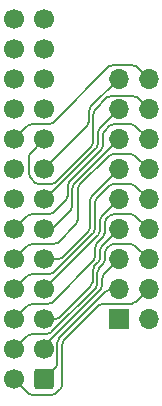
<source format=gbr>
%TF.GenerationSoftware,KiCad,Pcbnew,7.0.11*%
%TF.CreationDate,2025-03-12T11:36:07+01:00*%
%TF.ProjectId,pal-2-sd-shield-adapter,70616c2d-322d-4736-942d-736869656c64,rev?*%
%TF.SameCoordinates,Original*%
%TF.FileFunction,Copper,L1,Top*%
%TF.FilePolarity,Positive*%
%FSLAX46Y46*%
G04 Gerber Fmt 4.6, Leading zero omitted, Abs format (unit mm)*
G04 Created by KiCad (PCBNEW 7.0.11) date 2025-03-12 11:36:07*
%MOMM*%
%LPD*%
G01*
G04 APERTURE LIST*
G04 Aperture macros list*
%AMRoundRect*
0 Rectangle with rounded corners*
0 $1 Rounding radius*
0 $2 $3 $4 $5 $6 $7 $8 $9 X,Y pos of 4 corners*
0 Add a 4 corners polygon primitive as box body*
4,1,4,$2,$3,$4,$5,$6,$7,$8,$9,$2,$3,0*
0 Add four circle primitives for the rounded corners*
1,1,$1+$1,$2,$3*
1,1,$1+$1,$4,$5*
1,1,$1+$1,$6,$7*
1,1,$1+$1,$8,$9*
0 Add four rect primitives between the rounded corners*
20,1,$1+$1,$2,$3,$4,$5,0*
20,1,$1+$1,$4,$5,$6,$7,0*
20,1,$1+$1,$6,$7,$8,$9,0*
20,1,$1+$1,$8,$9,$2,$3,0*%
G04 Aperture macros list end*
%TA.AperFunction,ComponentPad*%
%ADD10RoundRect,0.250000X0.600000X0.600000X-0.600000X0.600000X-0.600000X-0.600000X0.600000X-0.600000X0*%
%TD*%
%TA.AperFunction,ComponentPad*%
%ADD11C,1.700000*%
%TD*%
%TA.AperFunction,ComponentPad*%
%ADD12R,1.700000X1.700000*%
%TD*%
%TA.AperFunction,ComponentPad*%
%ADD13O,1.700000X1.700000*%
%TD*%
%TA.AperFunction,Conductor*%
%ADD14C,0.200000*%
%TD*%
G04 APERTURE END LIST*
D10*
%TO.P,J1,1,Pin_1*%
%TO.N,PA0*%
X74740000Y-105870000D03*
D11*
%TO.P,J1,2,Pin_2*%
%TO.N,PB0*%
X72200000Y-105870000D03*
%TO.P,J1,3,Pin_3*%
%TO.N,PA1*%
X74740000Y-103330000D03*
%TO.P,J1,4,Pin_4*%
%TO.N,PB1*%
X72200000Y-103330000D03*
%TO.P,J1,5,Pin_5*%
%TO.N,PA2*%
X74740000Y-100790000D03*
%TO.P,J1,6,Pin_6*%
%TO.N,PB2*%
X72200000Y-100790000D03*
%TO.P,J1,7,Pin_7*%
%TO.N,PA3*%
X74740000Y-98250000D03*
%TO.P,J1,8,Pin_8*%
%TO.N,PB3*%
X72200000Y-98250000D03*
%TO.P,J1,9,Pin_9*%
%TO.N,PA4*%
X74740000Y-95710000D03*
%TO.P,J1,10,Pin_10*%
%TO.N,PB4*%
X72200000Y-95710000D03*
%TO.P,J1,11,Pin_11*%
%TO.N,PA5*%
X74740000Y-93170000D03*
%TO.P,J1,12,Pin_12*%
%TO.N,PB5*%
X72200000Y-93170000D03*
%TO.P,J1,13,Pin_13*%
%TO.N,PA6*%
X74740000Y-90630000D03*
%TO.P,J1,14,Pin_14*%
%TO.N,unconnected-(J1-Pin_14-Pad14)*%
X72200000Y-90630000D03*
%TO.P,J1,15,Pin_15*%
%TO.N,PA7*%
X74740000Y-88090000D03*
%TO.P,J1,16,Pin_16*%
%TO.N,unconnected-(J1-Pin_16-Pad16)*%
X72200000Y-88090000D03*
%TO.P,J1,17,Pin_17*%
%TO.N,PB6*%
X74740000Y-85550000D03*
%TO.P,J1,18,Pin_18*%
%TO.N,PB7*%
X72200000Y-85550000D03*
%TO.P,J1,19,Pin_19*%
%TO.N,unconnected-(J1-Pin_19-Pad19)*%
X74740000Y-83010000D03*
%TO.P,J1,20,Pin_20*%
%TO.N,unconnected-(J1-Pin_20-Pad20)*%
X72200000Y-83010000D03*
%TO.P,J1,21,Pin_21*%
%TO.N,unconnected-(J1-Pin_21-Pad21)*%
X74740000Y-80470000D03*
%TO.P,J1,22,Pin_22*%
%TO.N,unconnected-(J1-Pin_22-Pad22)*%
X72200000Y-80470000D03*
%TO.P,J1,23,Pin_23*%
%TO.N,unconnected-(J1-Pin_23-Pad23)*%
X74740000Y-77930000D03*
%TO.P,J1,24,Pin_24*%
%TO.N,unconnected-(J1-Pin_24-Pad24)*%
X72200000Y-77930000D03*
%TO.P,J1,25,Pin_25*%
%TO.N,GND*%
X74740000Y-75390000D03*
%TO.P,J1,26,Pin_26*%
X72200000Y-75390000D03*
%TD*%
D12*
%TO.P,J2,1,Pin_1*%
%TO.N,GND*%
X81055000Y-100790000D03*
D13*
%TO.P,J2,2,Pin_2*%
%TO.N,unconnected-(J2-Pin_2-Pad2)*%
X83595000Y-100790000D03*
%TO.P,J2,3,Pin_3*%
%TO.N,PA0*%
X81055000Y-98250000D03*
%TO.P,J2,4,Pin_4*%
%TO.N,PB0*%
X83595000Y-98250000D03*
%TO.P,J2,5,Pin_5*%
%TO.N,PA1*%
X81055000Y-95710000D03*
%TO.P,J2,6,Pin_6*%
%TO.N,PB1*%
X83595000Y-95710000D03*
%TO.P,J2,7,Pin_7*%
%TO.N,PA2*%
X81055000Y-93170000D03*
%TO.P,J2,8,Pin_8*%
%TO.N,PB2*%
X83595000Y-93170000D03*
%TO.P,J2,9,Pin_9*%
%TO.N,PA3*%
X81055000Y-90630000D03*
%TO.P,J2,10,Pin_10*%
%TO.N,PB3*%
X83595000Y-90630000D03*
%TO.P,J2,11,Pin_11*%
%TO.N,PA4*%
X81055000Y-88090000D03*
%TO.P,J2,12,Pin_12*%
%TO.N,PB4*%
X83595000Y-88090000D03*
%TO.P,J2,13,Pin_13*%
%TO.N,PA5*%
X81055000Y-85550000D03*
%TO.P,J2,14,Pin_14*%
%TO.N,PB5*%
X83595000Y-85550000D03*
%TO.P,J2,15,Pin_15*%
%TO.N,PA6*%
X81055000Y-83010000D03*
%TO.P,J2,16,Pin_16*%
%TO.N,PB6*%
X83595000Y-83010000D03*
%TO.P,J2,17,Pin_17*%
%TO.N,PA7*%
X81055000Y-80470000D03*
%TO.P,J2,18,Pin_18*%
%TO.N,PB7*%
X83595000Y-80470000D03*
%TD*%
D14*
%TO.N,PA7*%
X78383556Y-84446450D02*
G75*
G03*
X78530000Y-84092893I-353556J353550D01*
G01*
%TO.N,PA5*%
X77013557Y-91556449D02*
G75*
G03*
X77160000Y-91202893I-353557J353549D01*
G01*
X75192893Y-93169995D02*
G75*
G03*
X75546447Y-93023553I7J499995D01*
G01*
%TO.N,PA6*%
X79476444Y-84588550D02*
G75*
G03*
X79330000Y-84942107I353556J-353550D01*
G01*
%TO.N,PA7*%
X78676443Y-82848551D02*
G75*
G03*
X78530000Y-83202107I353557J-353549D01*
G01*
%TO.N,PA6*%
X79183557Y-86276449D02*
G75*
G03*
X79330000Y-85922893I-353557J353549D01*
G01*
%TO.N,PB5*%
X79876443Y-84823551D02*
G75*
G03*
X79730000Y-85177107I353557J-353549D01*
G01*
X80627107Y-84280005D02*
G75*
G03*
X80273553Y-84426447I-7J-499995D01*
G01*
X75182893Y-91899995D02*
G75*
G03*
X75536446Y-91753554I7J499995D01*
G01*
X82471449Y-84426443D02*
G75*
G03*
X82117893Y-84280000I-353549J-353557D01*
G01*
%TO.N,PB4*%
X80571434Y-86820024D02*
G75*
G03*
X80217880Y-86966447I-34J-499976D01*
G01*
%TO.N,PB5*%
X73677107Y-91900005D02*
G75*
G03*
X73323553Y-92046447I-7J-499995D01*
G01*
%TO.N,PB4*%
X77443556Y-92744450D02*
G75*
G03*
X77590000Y-92390893I-353556J353550D01*
G01*
X77736429Y-89447864D02*
G75*
G03*
X77590000Y-89801434I353571J-353536D01*
G01*
%TO.N,PB5*%
X79583556Y-86446450D02*
G75*
G03*
X79730000Y-86092893I-353556J353550D01*
G01*
X76613556Y-90676450D02*
G75*
G03*
X76760000Y-90322893I-353556J353550D01*
G01*
X76906443Y-89123551D02*
G75*
G03*
X76760000Y-89477107I353557J-353549D01*
G01*
%TO.N,PA5*%
X77306444Y-89298550D02*
G75*
G03*
X77160000Y-89652107I353556J-353550D01*
G01*
%TO.N,PB4*%
X73677107Y-94440005D02*
G75*
G03*
X73323553Y-94586447I-7J-499995D01*
G01*
X75540893Y-94439995D02*
G75*
G03*
X75894446Y-94293554I7J499995D01*
G01*
%TO.N,PA4*%
X78523557Y-93326449D02*
G75*
G03*
X78670000Y-92972893I-353557J353549D01*
G01*
X75932893Y-95709995D02*
G75*
G03*
X76286447Y-95563553I7J499995D01*
G01*
X78816444Y-90328550D02*
G75*
G03*
X78670000Y-90682107I353556J-353550D01*
G01*
%TO.N,PB3*%
X75242893Y-96969995D02*
G75*
G03*
X75596446Y-96823554I7J499995D01*
G01*
X78933556Y-93486450D02*
G75*
G03*
X79080000Y-93132893I-353556J353550D01*
G01*
%TO.N,PB4*%
X82471449Y-86966443D02*
G75*
G03*
X82117893Y-86820000I-353549J-353557D01*
G01*
%TO.N,PB3*%
X82471449Y-89506443D02*
G75*
G03*
X82117893Y-89360000I-353549J-353557D01*
G01*
%TO.N,PB7*%
X80637107Y-79240005D02*
G75*
G03*
X80283553Y-79386447I-7J-499995D01*
G01*
%TO.N,PB6*%
X73616444Y-86673550D02*
G75*
G03*
X73470000Y-87027107I353556J-353550D01*
G01*
X79076450Y-83041243D02*
G75*
G03*
X78930000Y-83394792I353550J-353557D01*
G01*
%TO.N,PB7*%
X82511449Y-79386443D02*
G75*
G03*
X82157893Y-79240000I-353549J-353557D01*
G01*
%TO.N,PB6*%
X80464792Y-81859995D02*
G75*
G03*
X80111239Y-82006448I8J-500005D01*
G01*
X82591449Y-82006443D02*
G75*
G03*
X82237893Y-81860000I-353549J-353557D01*
G01*
X78783556Y-86106450D02*
G75*
G03*
X78930000Y-85752893I-353556J353550D01*
G01*
X73470005Y-88482893D02*
G75*
G03*
X73616446Y-88836446I499995J-7D01*
G01*
X73993550Y-89213556D02*
G75*
G03*
X74347107Y-89360000I353550J353556D01*
G01*
X75322893Y-89359995D02*
G75*
G03*
X75676446Y-89213554I7J499995D01*
G01*
%TO.N,PB7*%
X73677107Y-84280005D02*
G75*
G03*
X73323553Y-84426447I-7J-499995D01*
G01*
X75182893Y-84279995D02*
G75*
G03*
X75536446Y-84133554I7J499995D01*
G01*
%TO.N,PB3*%
X73687107Y-96970005D02*
G75*
G03*
X73333553Y-97116447I-7J-499995D01*
G01*
X79226443Y-90493551D02*
G75*
G03*
X79080000Y-90847107I353557J-353549D01*
G01*
X80567107Y-89360005D02*
G75*
G03*
X80213553Y-89506447I-7J-499995D01*
G01*
%TO.N,PA3*%
X79337557Y-93652449D02*
G75*
G03*
X79484000Y-93298893I-353557J353549D01*
G01*
X79630444Y-92054550D02*
G75*
G03*
X79484000Y-92408107I353556J-353550D01*
G01*
%TO.N,PB2*%
X78958557Y-95801449D02*
G75*
G03*
X79105000Y-95447893I-353557J353549D01*
G01*
X75032893Y-99519995D02*
G75*
G03*
X75386447Y-99373553I7J499995D01*
G01*
X73677107Y-99520005D02*
G75*
G03*
X73323554Y-99666446I-7J-499995D01*
G01*
%TO.N,PA2*%
X79651444Y-94573550D02*
G75*
G03*
X79505000Y-94927107I353556J-353550D01*
G01*
%TO.N,PB1*%
X79121542Y-98117065D02*
G75*
G03*
X79268000Y-97763522I-353542J353565D01*
G01*
%TO.N,PA1*%
X79836443Y-96928551D02*
G75*
G03*
X79690000Y-97282107I353557J-353549D01*
G01*
X74886443Y-102921551D02*
G75*
G03*
X74740000Y-103275107I353557J-353549D01*
G01*
%TO.N,PB0*%
X75418893Y-107213995D02*
G75*
G03*
X75772446Y-107067554I7J499995D01*
G01*
%TO.N,PB2*%
X80030444Y-92279550D02*
G75*
G03*
X79884000Y-92633107I353556J-353550D01*
G01*
%TO.N,PA2*%
X79358564Y-95967142D02*
G75*
G03*
X79505000Y-95613579I-353564J353542D01*
G01*
%TO.N,PB2*%
X79737565Y-93818142D02*
G75*
G03*
X79884000Y-93464578I-353565J353542D01*
G01*
X79251450Y-94304244D02*
G75*
G03*
X79105000Y-94657793I353550J-353556D01*
G01*
%TO.N,PB1*%
X79414458Y-96476936D02*
G75*
G03*
X79268000Y-96830477I353542J-353564D01*
G01*
%TO.N,PB2*%
X82471450Y-92046444D02*
G75*
G03*
X82117893Y-91900000I-353550J-353556D01*
G01*
X80617107Y-91900005D02*
G75*
G03*
X80263554Y-92046446I-7J-499995D01*
G01*
%TO.N,PB1*%
X79758572Y-96132834D02*
G75*
G03*
X79905000Y-95779263I-353572J353534D01*
G01*
%TO.N,PA1*%
X79543549Y-98260758D02*
G75*
G03*
X79690000Y-97907208I-353549J353558D01*
G01*
%TO.N,PB0*%
X76143556Y-106696450D02*
G75*
G03*
X76290000Y-106342893I-353556J353550D01*
G01*
X76436450Y-102549244D02*
G75*
G03*
X76290000Y-102902793I353550J-353556D01*
G01*
%TO.N,PB1*%
X82461449Y-94576443D02*
G75*
G03*
X82107893Y-94430000I-353549J-353557D01*
G01*
%TO.N,PB0*%
X73397550Y-107067556D02*
G75*
G03*
X73751107Y-107214000I353550J353556D01*
G01*
%TO.N,PA2*%
X79014450Y-96311244D02*
G75*
G03*
X78868000Y-96664793I353550J-353556D01*
G01*
X78721557Y-97948449D02*
G75*
G03*
X78868000Y-97594893I-353557J353549D01*
G01*
%TO.N,PB1*%
X80051443Y-94788551D02*
G75*
G03*
X79905000Y-95142107I353557J-353549D01*
G01*
X80617107Y-94430005D02*
G75*
G03*
X80263553Y-94576447I-7J-499995D01*
G01*
%TO.N,PA2*%
X75672893Y-100789995D02*
G75*
G03*
X76026447Y-100643553I7J499995D01*
G01*
%TO.N,PB0*%
X79732793Y-99459995D02*
G75*
G03*
X79379239Y-99606447I7J-500005D01*
G01*
X82177893Y-99459995D02*
G75*
G03*
X82531446Y-99313554I7J499995D01*
G01*
%TO.N,PB1*%
X73687107Y-102050005D02*
G75*
G03*
X73333553Y-102196447I-7J-499995D01*
G01*
X74981522Y-102050015D02*
G75*
G03*
X75335074Y-101903553I-22J500015D01*
G01*
%TO.N,PA0*%
X80377107Y-98250005D02*
G75*
G03*
X80023553Y-98396447I-7J-499995D01*
G01*
X75743556Y-104866450D02*
G75*
G03*
X75890000Y-104512893I-353556J353550D01*
G01*
X76036443Y-102383551D02*
G75*
G03*
X75890000Y-102737107I353557J-353549D01*
G01*
X75890000Y-102737107D02*
X75890000Y-104512893D01*
X81055000Y-98250000D02*
X80377107Y-98250000D01*
X80023553Y-98396447D02*
X76036446Y-102383554D01*
X75743553Y-104866447D02*
X74740000Y-105870000D01*
%TO.N,PB0*%
X76143553Y-106696447D02*
X75772446Y-107067554D01*
X82177893Y-99460000D02*
X79732793Y-99460000D01*
X73397553Y-107067553D02*
X72200000Y-105870000D01*
X76290000Y-102902793D02*
X76290000Y-106342893D01*
X75418893Y-107214000D02*
X73751107Y-107214000D01*
X79379239Y-99606447D02*
X76436446Y-102549240D01*
X83595000Y-98250000D02*
X82531446Y-99313554D01*
%TO.N,PA1*%
X79543553Y-98260762D02*
X75490000Y-102314315D01*
X74740000Y-103275107D02*
X74740000Y-103330000D01*
X75490000Y-102314315D02*
X75490000Y-102318000D01*
X75490000Y-102318000D02*
X74886446Y-102921554D01*
X81055000Y-95710000D02*
X79836446Y-96928554D01*
X79690000Y-97282107D02*
X79690000Y-97907208D01*
%TO.N,PB1*%
X79905000Y-95142107D02*
X79905000Y-95779263D01*
X83595000Y-95710000D02*
X82461446Y-94576446D01*
X79121553Y-98117076D02*
X75335075Y-101903554D01*
X74981522Y-102050000D02*
X73687107Y-102050000D01*
X82107893Y-94430000D02*
X80617107Y-94430000D01*
X80263553Y-94576447D02*
X80051446Y-94788554D01*
X79268000Y-96830477D02*
X79268000Y-97763522D01*
X73333553Y-102196447D02*
X72200000Y-103330000D01*
X79758554Y-96132816D02*
X79414446Y-96476924D01*
%TO.N,PA2*%
X79505000Y-95613579D02*
X79505000Y-94927107D01*
X79014446Y-96311240D02*
X79358554Y-95967132D01*
X79651447Y-94573553D02*
X81055000Y-93170000D01*
X78868000Y-97594893D02*
X78868000Y-96664793D01*
X76026447Y-100643553D02*
X78721554Y-97948446D01*
X74740000Y-100790000D02*
X75672893Y-100790000D01*
%TO.N,PB2*%
X72200000Y-100790000D02*
X73323554Y-99666446D01*
X75386447Y-99373553D02*
X78958554Y-95801446D01*
X80030447Y-92279553D02*
X80263554Y-92046446D01*
X73677107Y-99520000D02*
X75032893Y-99520000D01*
X82471447Y-92046447D02*
X83595000Y-93170000D01*
X79251446Y-94304240D02*
X79737554Y-93818131D01*
X79884000Y-93464578D02*
X79884000Y-92633107D01*
X79105000Y-95447893D02*
X79105000Y-94657793D01*
X80617107Y-91900000D02*
X82117893Y-91900000D01*
%TO.N,PA3*%
X79630447Y-92054553D02*
X81055000Y-90630000D01*
X74740000Y-98250000D02*
X79337554Y-93652446D01*
X79484000Y-93298893D02*
X79484000Y-92408107D01*
%TO.N,PB3*%
X80213553Y-89506447D02*
X79226446Y-90493554D01*
X73333553Y-97116447D02*
X72200000Y-98250000D01*
X82117893Y-89360000D02*
X80567107Y-89360000D01*
X78933553Y-93486447D02*
X75596446Y-96823554D01*
X75242893Y-96970000D02*
X73687107Y-96970000D01*
X83595000Y-90630000D02*
X82471446Y-89506446D01*
X79080000Y-90847107D02*
X79080000Y-93132893D01*
%TO.N,PA4*%
X76286447Y-95563553D02*
X78523554Y-93326446D01*
X78670000Y-92972893D02*
X78670000Y-90682107D01*
X78816447Y-90328553D02*
X81055000Y-88090000D01*
X74740000Y-95710000D02*
X75932893Y-95710000D01*
%TO.N,PB4*%
X83595000Y-88090000D02*
X82471446Y-86966446D01*
X80217880Y-86966447D02*
X77736446Y-89447881D01*
X73323553Y-94586447D02*
X72200000Y-95710000D01*
X75540893Y-94440000D02*
X73677107Y-94440000D01*
X77443553Y-92744447D02*
X75894446Y-94293554D01*
X82117893Y-86820000D02*
X80571434Y-86820000D01*
X77590000Y-89801434D02*
X77590000Y-92390893D01*
%TO.N,PA5*%
X74740000Y-93170000D02*
X75192893Y-93170000D01*
X77160000Y-91202893D02*
X77160000Y-89652107D01*
X77306447Y-89298553D02*
X81055000Y-85550000D01*
X75546447Y-93023553D02*
X77013554Y-91556446D01*
%TO.N,PB5*%
X83595000Y-85550000D02*
X82471446Y-84426446D01*
X73323553Y-92046447D02*
X72200000Y-93170000D01*
X79583553Y-86446447D02*
X76906446Y-89123554D01*
X80273553Y-84426447D02*
X79876446Y-84823554D01*
X79730000Y-85177107D02*
X79730000Y-86092893D01*
X76613553Y-90676447D02*
X75536446Y-91753554D01*
X75182893Y-91900000D02*
X73677107Y-91900000D01*
X82117893Y-84280000D02*
X80627107Y-84280000D01*
X76760000Y-89477107D02*
X76760000Y-90322893D01*
%TO.N,PA6*%
X79330000Y-85922893D02*
X79330000Y-84942107D01*
X74740000Y-90630000D02*
X74830000Y-90630000D01*
X79476447Y-84588553D02*
X81055000Y-83010000D01*
X74830000Y-90630000D02*
X79183554Y-86276446D01*
%TO.N,PA7*%
X81055000Y-80470000D02*
X78676446Y-82848554D01*
X78530000Y-83202107D02*
X78530000Y-84092893D01*
X78383553Y-84446447D02*
X74740000Y-88090000D01*
%TO.N,PB6*%
X73616447Y-86673553D02*
X74740000Y-85550000D01*
X73993553Y-89213553D02*
X73616446Y-88836446D01*
X83595000Y-83010000D02*
X82591446Y-82006446D01*
X78783553Y-86106447D02*
X75676446Y-89213554D01*
X78930000Y-83394792D02*
X78930000Y-85752893D01*
X82237893Y-81860000D02*
X80464792Y-81860000D01*
X73470000Y-88482893D02*
X73470000Y-87027107D01*
X75322893Y-89360000D02*
X74347107Y-89360000D01*
X80111238Y-82006447D02*
X79076446Y-83041239D01*
%TO.N,PB7*%
X75182893Y-84280000D02*
X73677107Y-84280000D01*
X73323553Y-84426447D02*
X72200000Y-85550000D01*
X83595000Y-80470000D02*
X82511446Y-79386446D01*
X82157893Y-79240000D02*
X80637107Y-79240000D01*
X80283553Y-79386447D02*
X75536446Y-84133554D01*
%TD*%
M02*

</source>
